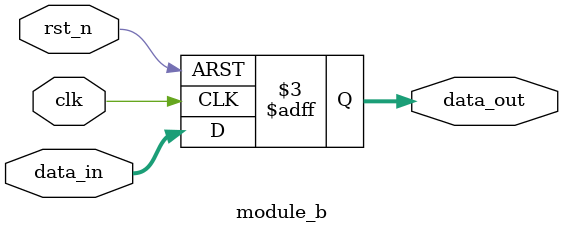
<source format=sv>

module module_b (
  input logic clk,
  input logic rst_n,
  input logic [7:0] data_in,
  output logic [7:0] data_out
);
  
  // Simple register
  always_ff @(posedge clk or negedge rst_n) begin
    if (!rst_n) begin
      data_out <= 8'h00;
    end else begin
      data_out <= data_in;
    end
  end
  
endmodule


</source>
